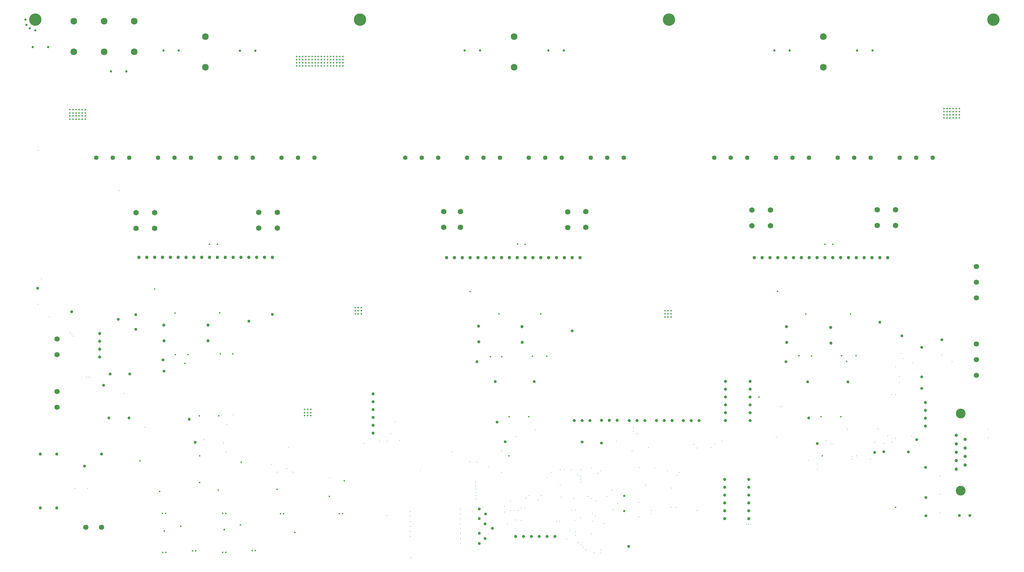
<source format=gbr>
%TF.GenerationSoftware,Altium Limited,Altium Designer,26.1.1 (7)*%
G04 Layer_Color=0*
%FSLAX43Y43*%
%MOMM*%
%TF.SameCoordinates,F910D8A4-5627-44EB-A571-6FFAAA827985*%
%TF.FilePolarity,Positive*%
%TF.FileFunction,Plated,1,2,PTH,Drill*%
%TF.Part,Single*%
G01*
G75*
%TA.AperFunction,ComponentDrill*%
%ADD120C,0.950*%
%ADD121C,0.950*%
%ADD122C,1.450*%
%ADD123C,1.000*%
%ADD124C,3.170*%
%ADD125C,1.040*%
%ADD126C,1.000*%
%ADD127C,0.700*%
%ADD128C,0.762*%
%ADD129C,2.159*%
%ADD130C,1.700*%
%ADD131C,1.700*%
%ADD132C,1.100*%
%ADD133C,1.778*%
%TA.AperFunction,ViaDrill,NotFilled*%
%ADD134C,0.300*%
%ADD135C,0.711*%
%ADD136C,0.500*%
%ADD137C,4.000*%
%ADD138C,1.000*%
%ADD139C,0.540*%
D120*
X188161Y37987D02*
D03*
X181871Y38279D02*
D03*
X166439Y57836D02*
D03*
X148660Y13457D02*
D03*
X152871Y10317D02*
D03*
X148660Y16602D02*
D03*
Y8727D02*
D03*
X150683Y15002D02*
D03*
X150475Y7027D02*
D03*
Y11827D02*
D03*
X20914Y30470D02*
D03*
X56711Y38232D02*
D03*
X54714Y45661D02*
D03*
X46252Y64911D02*
D03*
X74041Y77404D02*
D03*
X46654Y61250D02*
D03*
X81661Y79635D02*
D03*
X247860Y64326D02*
D03*
X267927Y57729D02*
D03*
X254871D02*
D03*
X258002Y37788D02*
D03*
X278232Y77032D02*
D03*
X255223Y46105D02*
D03*
X293185Y20344D02*
D03*
X293072Y30054D02*
D03*
X157008Y38337D02*
D03*
X178714Y74317D02*
D03*
X153823Y57836D02*
D03*
X154374Y44728D02*
D03*
X293135Y14410D02*
D03*
X276609Y34900D02*
D03*
X298316Y71428D02*
D03*
X285396Y72651D02*
D03*
X279555Y35172D02*
D03*
D121*
X16700Y80466D02*
D03*
X148660Y5477D02*
D03*
X307400Y14480D02*
D03*
X304005D02*
D03*
X31815Y78014D02*
D03*
X37446Y79505D02*
D03*
X5724Y88112D02*
D03*
X37446Y74800D02*
D03*
X196975Y4550D02*
D03*
X287475Y35075D02*
D03*
X147856Y64321D02*
D03*
X35545Y60305D02*
D03*
X35293Y46105D02*
D03*
X28765Y46105D02*
D03*
X29185Y60305D02*
D03*
X27025Y56685D02*
D03*
X291806Y55633D02*
D03*
X290180Y39078D02*
D03*
X291806Y59367D02*
D03*
X291781Y68959D02*
D03*
D122*
X124666Y130369D02*
D03*
X130000D02*
D03*
X135334D02*
D03*
X95334D02*
D03*
X90000D02*
D03*
X84666D02*
D03*
X184666D02*
D03*
X190000D02*
D03*
X195334D02*
D03*
X164666D02*
D03*
X170000D02*
D03*
X175334D02*
D03*
X44666D02*
D03*
X50000D02*
D03*
X55334D02*
D03*
X24666D02*
D03*
X30000D02*
D03*
X35334D02*
D03*
X64666D02*
D03*
X70000D02*
D03*
X75334D02*
D03*
X284666D02*
D03*
X290000D02*
D03*
X295334D02*
D03*
X264666D02*
D03*
X270000D02*
D03*
X275334D02*
D03*
X144666D02*
D03*
X150000D02*
D03*
X155334D02*
D03*
X224666D02*
D03*
X230000D02*
D03*
X235334D02*
D03*
X244666D02*
D03*
X250000D02*
D03*
X255334D02*
D03*
D123*
X25775Y65845D02*
D03*
Y68385D02*
D03*
Y70925D02*
D03*
Y73465D02*
D03*
X228024Y13500D02*
D03*
Y16040D02*
D03*
Y18580D02*
D03*
Y21120D02*
D03*
Y23660D02*
D03*
Y26200D02*
D03*
X235865Y26225D02*
D03*
Y23685D02*
D03*
Y21145D02*
D03*
Y18605D02*
D03*
Y16065D02*
D03*
Y13525D02*
D03*
X114300Y53870D02*
D03*
Y51330D02*
D03*
Y48790D02*
D03*
Y46250D02*
D03*
Y43710D02*
D03*
Y41170D02*
D03*
X46623Y71070D02*
D03*
X46548Y76145D02*
D03*
X60881Y71070D02*
D03*
X60806Y76145D02*
D03*
X262443Y70319D02*
D03*
X262368Y75394D02*
D03*
X248151Y70560D02*
D03*
X248076Y75635D02*
D03*
X162528Y70566D02*
D03*
X162453Y75641D02*
D03*
X292961Y46038D02*
D03*
Y48578D02*
D03*
Y51118D02*
D03*
Y43498D02*
D03*
X228279Y57970D02*
D03*
Y55430D02*
D03*
Y52890D02*
D03*
Y50350D02*
D03*
Y47810D02*
D03*
Y45270D02*
D03*
X236279Y57960D02*
D03*
Y55420D02*
D03*
Y52880D02*
D03*
Y50340D02*
D03*
Y47800D02*
D03*
Y45260D02*
D03*
X148377Y75780D02*
D03*
X148452Y70705D02*
D03*
D124*
X304405Y22505D02*
D03*
Y47495D02*
D03*
D125*
X302985Y34995D02*
D03*
Y32255D02*
D03*
Y29515D02*
D03*
Y37735D02*
D03*
Y40475D02*
D03*
X305825Y36365D02*
D03*
Y33625D02*
D03*
Y30885D02*
D03*
Y39105D02*
D03*
D126*
X202257Y45225D02*
D03*
X199717D02*
D03*
X197177D02*
D03*
X214662D02*
D03*
X217202D02*
D03*
X219742D02*
D03*
X193241Y45287D02*
D03*
X190701D02*
D03*
X188161D02*
D03*
X205992Y45225D02*
D03*
X208532D02*
D03*
X211072D02*
D03*
X184411Y45237D02*
D03*
X181871D02*
D03*
X179331D02*
D03*
X6564Y16963D02*
D03*
X11898D02*
D03*
Y34362D02*
D03*
X6564D02*
D03*
X173080Y7700D02*
D03*
X170540D02*
D03*
X168000D02*
D03*
X165460D02*
D03*
X162920D02*
D03*
X160380D02*
D03*
D127*
X195524Y15981D02*
D03*
Y20861D02*
D03*
D128*
X4150Y166175D02*
D03*
X9100D02*
D03*
X29450Y158225D02*
D03*
X34400D02*
D03*
X46445Y165059D02*
D03*
X51395D02*
D03*
X76135Y164983D02*
D03*
X71185D02*
D03*
X148869Y165004D02*
D03*
X143919D02*
D03*
X249058Y165034D02*
D03*
X244108D02*
D03*
X275869Y165059D02*
D03*
X270919D02*
D03*
X175971Y165004D02*
D03*
X171021D02*
D03*
D129*
X27250Y174540D02*
D03*
Y164634D02*
D03*
X17425Y174540D02*
D03*
Y164634D02*
D03*
X60000Y159638D02*
D03*
Y169544D02*
D03*
X37000Y164634D02*
D03*
Y174540D02*
D03*
X159893Y159638D02*
D03*
Y169544D02*
D03*
X259994Y159638D02*
D03*
Y169544D02*
D03*
D130*
X26390Y10725D02*
D03*
X21310D02*
D03*
D131*
X12000Y49539D02*
D03*
Y54619D02*
D03*
Y66539D02*
D03*
Y71619D02*
D03*
X309475Y59920D02*
D03*
Y65000D02*
D03*
Y70080D02*
D03*
Y84920D02*
D03*
Y90000D02*
D03*
Y95080D02*
D03*
D132*
X58801Y98029D02*
D03*
X38481D02*
D03*
X56261D02*
D03*
X48641D02*
D03*
X53721D02*
D03*
X46101D02*
D03*
X51181D02*
D03*
X43561D02*
D03*
X41021D02*
D03*
X61341D02*
D03*
X63881D02*
D03*
X66421D02*
D03*
X71501D02*
D03*
X81661D02*
D03*
X79121D02*
D03*
X68961D02*
D03*
X74041D02*
D03*
X76581D02*
D03*
X158394Y98010D02*
D03*
X138074D02*
D03*
X155854D02*
D03*
X148234D02*
D03*
X153314D02*
D03*
X145694D02*
D03*
X150774D02*
D03*
X143154D02*
D03*
X140614D02*
D03*
X160934D02*
D03*
X163474D02*
D03*
X166014D02*
D03*
X171094D02*
D03*
X181254D02*
D03*
X178714D02*
D03*
X168554D02*
D03*
X173634D02*
D03*
X176174D02*
D03*
X275692D02*
D03*
X273152D02*
D03*
X268072D02*
D03*
X278232D02*
D03*
X280772D02*
D03*
X270612D02*
D03*
X265532D02*
D03*
X262992D02*
D03*
X260452D02*
D03*
X240132D02*
D03*
X242672D02*
D03*
X250292D02*
D03*
X245212D02*
D03*
X252832D02*
D03*
X247752D02*
D03*
X255372D02*
D03*
X237592D02*
D03*
X257912D02*
D03*
D133*
X43562Y112544D02*
D03*
Y107464D02*
D03*
X37562Y112544D02*
D03*
Y107464D02*
D03*
X77277Y112592D02*
D03*
Y107512D02*
D03*
X83277Y112592D02*
D03*
Y107512D02*
D03*
X283380Y113506D02*
D03*
Y108426D02*
D03*
X277380Y113506D02*
D03*
Y108426D02*
D03*
X236888Y113430D02*
D03*
Y108350D02*
D03*
X242888Y113430D02*
D03*
Y108350D02*
D03*
X183094Y107808D02*
D03*
Y112888D02*
D03*
X177278Y107681D02*
D03*
Y112761D02*
D03*
X142545Y107808D02*
D03*
Y112888D02*
D03*
X137109Y107808D02*
D03*
Y112888D02*
D03*
D134*
X5875Y132700D02*
D03*
X22216Y59275D02*
D03*
X21566Y59264D02*
D03*
X22866Y59275D02*
D03*
X126484Y775D02*
D03*
X182350Y4180D02*
D03*
X181600Y4970D02*
D03*
X185800Y2425D02*
D03*
X183105Y3450D02*
D03*
X188025Y2425D02*
D03*
Y3450D02*
D03*
X184835Y8569D02*
D03*
X235099Y11630D02*
D03*
X235750D02*
D03*
X236400D02*
D03*
X32025Y119650D02*
D03*
X203407Y36515D02*
D03*
X129550Y29025D02*
D03*
X86404Y29775D02*
D03*
X83315Y28539D02*
D03*
X17343Y72509D02*
D03*
X16793Y73091D02*
D03*
X88396Y28539D02*
D03*
X301604Y64312D02*
D03*
X16191Y73649D02*
D03*
X81310Y31079D02*
D03*
X86867Y36579D02*
D03*
X111342Y37779D02*
D03*
X118800Y38509D02*
D03*
X139750Y35195D02*
D03*
X155825Y35400D02*
D03*
X198100Y35425D02*
D03*
X258002Y29278D02*
D03*
X258000Y31200D02*
D03*
X255275Y32375D02*
D03*
X173628Y12631D02*
D03*
X162150Y12915D02*
D03*
X174630Y12631D02*
D03*
X6925Y91125D02*
D03*
X9548Y78817D02*
D03*
X100245Y26800D02*
D03*
X205325Y29800D02*
D03*
X65836Y37926D02*
D03*
X164725Y21025D02*
D03*
X151775Y30275D02*
D03*
X155875Y28450D02*
D03*
X122775Y38775D02*
D03*
X117850Y39975D02*
D03*
X120000Y40975D02*
D03*
X200400Y30000D02*
D03*
Y18700D02*
D03*
X202395Y24357D02*
D03*
X212561Y27607D02*
D03*
X176175Y29299D02*
D03*
X66705Y35068D02*
D03*
X145625Y31925D02*
D03*
X184750Y19975D02*
D03*
X183851Y20705D02*
D03*
X184900Y29800D02*
D03*
X180351Y27568D02*
D03*
X171875Y28500D02*
D03*
X181468Y29299D02*
D03*
X178450Y29300D02*
D03*
X174775D02*
D03*
X118825Y14475D02*
D03*
X5724Y82922D02*
D03*
X313374Y42354D02*
D03*
X313424Y39677D02*
D03*
X297783Y15338D02*
D03*
X297758Y21338D02*
D03*
Y27363D02*
D03*
X269325Y32800D02*
D03*
X263212Y37683D02*
D03*
X262412D02*
D03*
X260837Y38688D02*
D03*
X269324Y33600D02*
D03*
X21894Y23338D02*
D03*
X40450Y43075D02*
D03*
X246218Y49700D02*
D03*
X219100Y16150D02*
D03*
X270700Y33800D02*
D03*
X275225Y32700D02*
D03*
X282095Y38300D02*
D03*
X244700Y39850D02*
D03*
X223625Y36400D02*
D03*
X219150Y36375D02*
D03*
X224750Y37500D02*
D03*
X227100Y38600D02*
D03*
X204391Y15071D02*
D03*
X147549Y19850D02*
D03*
X218050Y37525D02*
D03*
X178451Y16288D02*
D03*
X179238Y19975D02*
D03*
X193025Y38575D02*
D03*
X158700Y19245D02*
D03*
X210775Y17125D02*
D03*
X212355D02*
D03*
X204391Y16199D02*
D03*
X210760Y23375D02*
D03*
X189030Y11881D02*
D03*
X179741Y9132D02*
D03*
Y8100D02*
D03*
X176950Y6925D02*
D03*
X177972Y9746D02*
D03*
X180621Y5700D02*
D03*
X187000Y28125D02*
D03*
X187977Y28947D02*
D03*
X198500Y42925D02*
D03*
X199717Y40952D02*
D03*
X198500Y41800D02*
D03*
X181468Y27327D02*
D03*
X209490Y28975D02*
D03*
X116350Y38550D02*
D03*
X121425Y44800D02*
D03*
X147482Y25375D02*
D03*
X170575Y26850D02*
D03*
X168725Y21000D02*
D03*
X167600Y19625D02*
D03*
X160450Y40061D02*
D03*
X213325Y28475D02*
D03*
X174775Y24450D02*
D03*
X147482Y24132D02*
D03*
X163675Y20100D02*
D03*
X147516Y23066D02*
D03*
X147549Y21921D02*
D03*
X200400Y14050D02*
D03*
X163475Y16925D02*
D03*
X162200D02*
D03*
X147550Y20900D02*
D03*
X156756Y17450D02*
D03*
Y15631D02*
D03*
X161151Y16157D02*
D03*
X160125Y16150D02*
D03*
X158700Y16125D02*
D03*
X160225Y13050D02*
D03*
X157825Y11825D02*
D03*
X179507Y12980D02*
D03*
X179741Y16288D02*
D03*
X181375Y13742D02*
D03*
X181468Y25298D02*
D03*
Y26278D02*
D03*
X185351Y12631D02*
D03*
X186124Y14375D02*
D03*
X186502Y19238D02*
D03*
X185195Y15203D02*
D03*
X189958Y20608D02*
D03*
X191634Y22717D02*
D03*
X191964Y16332D02*
D03*
X193414Y18386D02*
D03*
X175100Y20400D02*
D03*
X147775Y31775D02*
D03*
X142521Y16602D02*
D03*
X142486Y15002D02*
D03*
Y13457D02*
D03*
X126251Y14267D02*
D03*
Y12577D02*
D03*
Y15886D02*
D03*
Y10932D02*
D03*
X126267Y7622D02*
D03*
X126251Y9322D02*
D03*
X142521Y5512D02*
D03*
X142521Y11827D02*
D03*
X142521Y10317D02*
D03*
X142556Y7008D02*
D03*
X142521Y8727D02*
D03*
X288776Y63982D02*
D03*
X285731Y65272D02*
D03*
X285176Y66982D02*
D03*
X17860Y23338D02*
D03*
X69000Y47075D02*
D03*
X66834Y44064D02*
D03*
X59504Y39114D02*
D03*
X267723Y42432D02*
D03*
X166760Y42170D02*
D03*
X282096Y53600D02*
D03*
X283303Y62712D02*
D03*
X284636Y57597D02*
D03*
X283308Y53600D02*
D03*
X284558Y59367D02*
D03*
X33565Y53975D02*
D03*
X298316Y66522D02*
D03*
X288446Y40368D02*
D03*
X280826D02*
D03*
X277651Y42508D02*
D03*
X279555Y37808D02*
D03*
X276541Y38261D02*
D03*
X283366Y39478D02*
D03*
D135*
X2075Y173350D02*
D03*
X3200Y172200D02*
D03*
X1775Y175000D02*
D03*
X5000Y171600D02*
D03*
D136*
X303976Y146272D02*
D03*
X302976D02*
D03*
X301976D02*
D03*
Y145237D02*
D03*
X302976D02*
D03*
X303976D02*
D03*
Y143205D02*
D03*
X302976D02*
D03*
X301976D02*
D03*
Y144240D02*
D03*
X302976D02*
D03*
X303976D02*
D03*
X300993Y144242D02*
D03*
X299993D02*
D03*
X298993D02*
D03*
Y143207D02*
D03*
X299993D02*
D03*
X300993D02*
D03*
Y145239D02*
D03*
X299993D02*
D03*
X298993D02*
D03*
Y146274D02*
D03*
X299993D02*
D03*
X300993D02*
D03*
X110475Y81811D02*
D03*
X109475D02*
D03*
X108475D02*
D03*
Y80775D02*
D03*
X110475D02*
D03*
X108475Y79779D02*
D03*
X109475D02*
D03*
Y80775D02*
D03*
X110475Y79779D02*
D03*
X94072Y46819D02*
D03*
X93072D02*
D03*
X92072D02*
D03*
X94072Y47816D02*
D03*
X93072D02*
D03*
X92072D02*
D03*
Y48852D02*
D03*
X93072D02*
D03*
X94072D02*
D03*
X210722Y78744D02*
D03*
X209722D02*
D03*
X208722D02*
D03*
X210722Y79741D02*
D03*
X209722D02*
D03*
X208722D02*
D03*
Y80776D02*
D03*
X209722D02*
D03*
X210722D02*
D03*
X165835Y66050D02*
D03*
X170448Y66051D02*
D03*
X38800Y32200D02*
D03*
X71625Y31775D02*
D03*
X103373Y15134D02*
D03*
X83225Y23000D02*
D03*
X58150Y25139D02*
D03*
X46700Y9500D02*
D03*
X239129Y52880D02*
D03*
X283350Y17100D02*
D03*
X104373Y15134D02*
D03*
X84273Y15084D02*
D03*
X85273D02*
D03*
X65623Y15209D02*
D03*
X66623D02*
D03*
X46134Y15189D02*
D03*
X47134D02*
D03*
X46198Y2584D02*
D03*
X47198D02*
D03*
X75123Y3134D02*
D03*
X76123D02*
D03*
X65573Y2584D02*
D03*
X66573D02*
D03*
X55848Y3109D02*
D03*
X56848D02*
D03*
X104993Y25769D02*
D03*
X64150Y22708D02*
D03*
X259657Y33818D02*
D03*
X158175Y33825D02*
D03*
X18130Y145875D02*
D03*
X17130D02*
D03*
X16130D02*
D03*
Y144839D02*
D03*
X17130D02*
D03*
X18130D02*
D03*
Y142807D02*
D03*
X17130D02*
D03*
X16130D02*
D03*
Y143843D02*
D03*
X17130D02*
D03*
X18130D02*
D03*
X21113Y143841D02*
D03*
X20113D02*
D03*
X19113D02*
D03*
Y142805D02*
D03*
X20113D02*
D03*
X21113D02*
D03*
Y144837D02*
D03*
X20113D02*
D03*
X19113D02*
D03*
Y145873D02*
D03*
X20113D02*
D03*
X21113D02*
D03*
X88975Y8960D02*
D03*
X100150Y20675D02*
D03*
X58150Y33825D02*
D03*
X52060Y11050D02*
D03*
X45150Y22300D02*
D03*
X71350Y11433D02*
D03*
X263012Y102305D02*
D03*
X260472Y102313D02*
D03*
X163474Y102321D02*
D03*
X160985Y102347D02*
D03*
X61341Y102321D02*
D03*
X63881D02*
D03*
X245161Y87081D02*
D03*
X145694Y86980D02*
D03*
X43586Y87818D02*
D03*
X58004Y46789D02*
D03*
X64329Y46739D02*
D03*
X50196Y80061D02*
D03*
X50286Y66561D02*
D03*
X53416Y63774D02*
D03*
X64836Y66811D02*
D03*
X68876Y66851D02*
D03*
X54406Y66571D02*
D03*
X64686Y80095D02*
D03*
X268748Y79690D02*
D03*
X270564Y66204D02*
D03*
X267489Y64354D02*
D03*
X265938Y66220D02*
D03*
X254337Y79674D02*
D03*
X256187Y66184D02*
D03*
X252127Y66204D02*
D03*
X265622Y46535D02*
D03*
X259221Y46479D02*
D03*
X155893Y65931D02*
D03*
X152193D02*
D03*
X104514Y161066D02*
D03*
X103514D02*
D03*
X102514D02*
D03*
X101514D02*
D03*
X100514D02*
D03*
X99514D02*
D03*
X98514D02*
D03*
X97514D02*
D03*
Y160030D02*
D03*
X98514D02*
D03*
X99514D02*
D03*
X100514D02*
D03*
X101514D02*
D03*
X102514D02*
D03*
X103514D02*
D03*
X104514D02*
D03*
Y162062D02*
D03*
X103514D02*
D03*
X102514D02*
D03*
X101514D02*
D03*
X100514D02*
D03*
X99514D02*
D03*
X98514D02*
D03*
X97514D02*
D03*
Y163098D02*
D03*
X98514D02*
D03*
X99514D02*
D03*
X100514D02*
D03*
X101514D02*
D03*
X102514D02*
D03*
X103514D02*
D03*
X104514D02*
D03*
X96513D02*
D03*
X95513D02*
D03*
X94513D02*
D03*
X93513D02*
D03*
X92513D02*
D03*
X91513D02*
D03*
X90513D02*
D03*
X89513D02*
D03*
Y162062D02*
D03*
X90513D02*
D03*
X91513D02*
D03*
X92513D02*
D03*
X93513D02*
D03*
X94513D02*
D03*
X95513D02*
D03*
X96513D02*
D03*
Y160030D02*
D03*
X95513D02*
D03*
X94513D02*
D03*
X93513D02*
D03*
X92513D02*
D03*
X91513D02*
D03*
X90513D02*
D03*
X89513D02*
D03*
Y161066D02*
D03*
X90513D02*
D03*
X91513D02*
D03*
X92513D02*
D03*
X93513D02*
D03*
X94513D02*
D03*
X95513D02*
D03*
X96513D02*
D03*
X158316Y46496D02*
D03*
X164628Y46525D02*
D03*
X154953Y79806D02*
D03*
X168573D02*
D03*
D137*
X110000Y175000D02*
D03*
X210000D02*
D03*
X5000Y175004D02*
D03*
X315000Y175000D02*
D03*
D138*
X26343Y34400D02*
D03*
D139*
X66075Y9910D02*
D03*
%TF.MD5,9aa5588573778c4063900249f397b735*%
M02*

</source>
